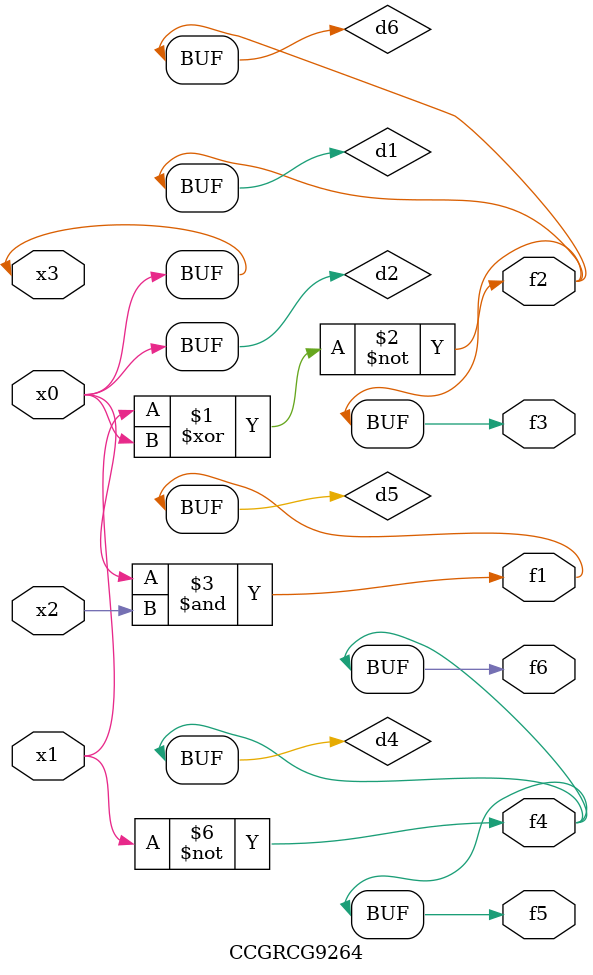
<source format=v>
module CCGRCG9264(
	input x0, x1, x2, x3,
	output f1, f2, f3, f4, f5, f6
);

	wire d1, d2, d3, d4, d5, d6;

	xnor (d1, x1, x3);
	buf (d2, x0, x3);
	nand (d3, x0, x2);
	not (d4, x1);
	nand (d5, d3);
	or (d6, d1);
	assign f1 = d5;
	assign f2 = d6;
	assign f3 = d6;
	assign f4 = d4;
	assign f5 = d4;
	assign f6 = d4;
endmodule

</source>
